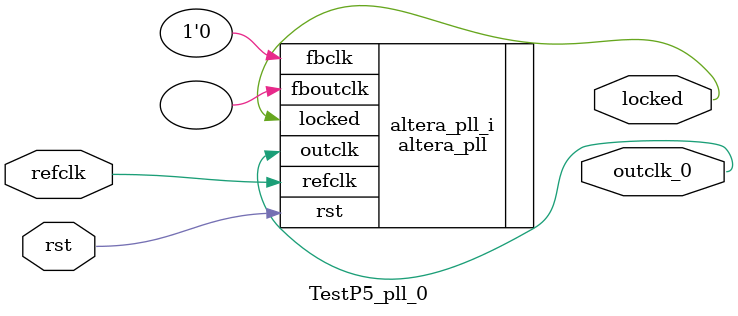
<source format=v>
`timescale 1ns/10ps
module  TestP5_pll_0(

	// interface 'refclk'
	input wire refclk,

	// interface 'reset'
	input wire rst,

	// interface 'outclk0'
	output wire outclk_0,

	// interface 'locked'
	output wire locked
);

	altera_pll #(
		.fractional_vco_multiplier("false"),
		.reference_clock_frequency("50.0 MHz"),
		.operation_mode("direct"),
		.number_of_clocks(1),
		.output_clock_frequency0("48.000000 MHz"),
		.phase_shift0("0 ps"),
		.duty_cycle0(50),
		.output_clock_frequency1("0 MHz"),
		.phase_shift1("0 ps"),
		.duty_cycle1(50),
		.output_clock_frequency2("0 MHz"),
		.phase_shift2("0 ps"),
		.duty_cycle2(50),
		.output_clock_frequency3("0 MHz"),
		.phase_shift3("0 ps"),
		.duty_cycle3(50),
		.output_clock_frequency4("0 MHz"),
		.phase_shift4("0 ps"),
		.duty_cycle4(50),
		.output_clock_frequency5("0 MHz"),
		.phase_shift5("0 ps"),
		.duty_cycle5(50),
		.output_clock_frequency6("0 MHz"),
		.phase_shift6("0 ps"),
		.duty_cycle6(50),
		.output_clock_frequency7("0 MHz"),
		.phase_shift7("0 ps"),
		.duty_cycle7(50),
		.output_clock_frequency8("0 MHz"),
		.phase_shift8("0 ps"),
		.duty_cycle8(50),
		.output_clock_frequency9("0 MHz"),
		.phase_shift9("0 ps"),
		.duty_cycle9(50),
		.output_clock_frequency10("0 MHz"),
		.phase_shift10("0 ps"),
		.duty_cycle10(50),
		.output_clock_frequency11("0 MHz"),
		.phase_shift11("0 ps"),
		.duty_cycle11(50),
		.output_clock_frequency12("0 MHz"),
		.phase_shift12("0 ps"),
		.duty_cycle12(50),
		.output_clock_frequency13("0 MHz"),
		.phase_shift13("0 ps"),
		.duty_cycle13(50),
		.output_clock_frequency14("0 MHz"),
		.phase_shift14("0 ps"),
		.duty_cycle14(50),
		.output_clock_frequency15("0 MHz"),
		.phase_shift15("0 ps"),
		.duty_cycle15(50),
		.output_clock_frequency16("0 MHz"),
		.phase_shift16("0 ps"),
		.duty_cycle16(50),
		.output_clock_frequency17("0 MHz"),
		.phase_shift17("0 ps"),
		.duty_cycle17(50),
		.pll_type("General"),
		.pll_subtype("General")
	) altera_pll_i (
		.rst	(rst),
		.outclk	({outclk_0}),
		.locked	(locked),
		.fboutclk	( ),
		.fbclk	(1'b0),
		.refclk	(refclk)
	);
endmodule


</source>
